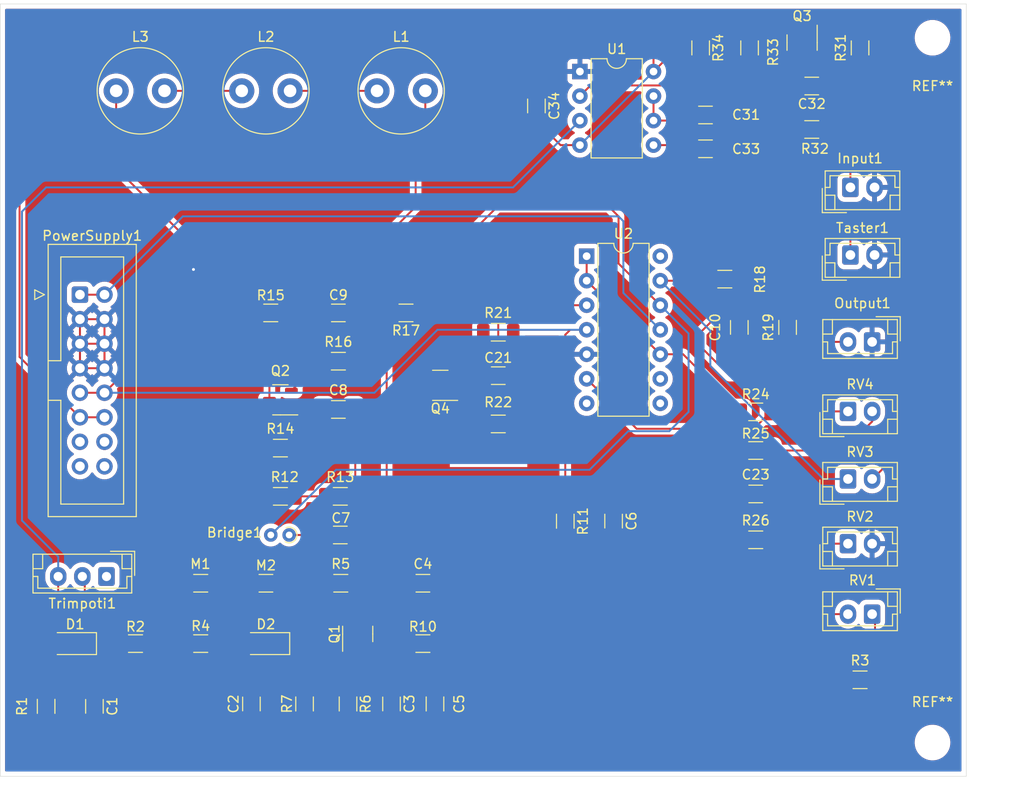
<source format=kicad_pcb>
(kicad_pcb (version 20221018) (generator pcbnew)
  (layers (0 "F.Cu" signal) (31 "B.Cu" signal) (34 "B.Paste" user) (35 "F.Paste" user) (36 "B.SilkS" user "B.Silkscreen") (37 "F.SilkS" user "F.Silkscreen") (38 "B.Mask" user) (39 "F.Mask" user) (44 "Edge.Cuts" user))
  (net 0 "")
  (net 1 "GND")
  (net 2 "Net-(D1-K)")
  (net 3 "Net-(D2-A)")
  (net 4 "Net-(U1-TR)")
  (net 5 "Net-(Q1-C)")
  (net 6 "+12V")
  (net 7 "+5V")
  (net 8 "Net-(U1-CV)")
  (net 9 "Net-(U1-DIS)")
  (net 10 "Net-(+/C15-Pad1)")
  (net 11 "Net-(C2-Pad1)")
  (net 12 "Net-(C3-Pad2)")
  (net 13 "Net-(Bridge1-Pad1)")
  (net 14 "Net-(C16-Pad1)")
  (net 15 "Net-(C8-Pad1)")
  (net 16 "Net-(Q2-C)")
  (net 17 "Net-(D2-K)")
  (net 18 "-12V")
  (net 19 "Net-(Input1-Pin_1)")
  (net 20 "Net-(Output1-Pin_2)")
  (net 21 "Net-(Q2-B)")
  (net 22 "Net-(+/R29-Pad1)")
  (net 23 "Net-(Q1-E)")
  (net 24 "Net-(C10-Pad1)")
  (net 25 "Net-(Q4-E)")
  (net 26 "Net-(U2A-+)")
  (net 27 "Net-(U2B--)")
  (net 28 "Net-(U2A--)")
  (net 29 "Net-(U2D-+)")
  (net 30 "Net-(U2D--)")
  (net 31 "Net-(U2C--)")
  (net 32 "Net-(C23-Pad1)")
  (net 33 "Net-(Q3-C)")
  (net 34 "Net-(D1-A)")
  (net 35 "Net-(L1-Pad1)")
  (net 36 "Net-(L2-Pad1)")
  (net 37 "Net-(Q2-E)")
  (net 38 "Net-(Q3-B)")
  (net 39 "Net-(R2-Pad2)")
  (net 40 "Net-(R3-Pad2)")
  (net 41 "Net-(R10-Pad1)")
  (net 42 "Net-(R25-Pad1)")
  (net 49 "Net-(M1-Pad2)")
  (footprint "Connector_IDC:IDC-Header_2x08_P2.54mm_Vertical" (layer "F.Cu") (at 108.25 65.11)
    (fp_text reference "PowerSupply1")
    (fp_text value "Conn_02x08_Odd_Even")
  )
  (footprint "Capacitor_SMD:C_1206_3216Metric_Pad1.33x1.80mm_HandSolder" (layer "F.Cu") (at 151.55 73.5)
    (fp_text reference "C21")
    (fp_text value "1u")
  )
  (footprint "Resistor_SMD:R_1206_3216Metric_Pad1.30x1.75mm_HandSolder" (layer "F.Cu") (at 114 101.25)
    (fp_text reference "R2")
    (fp_text value "1000k")
  )
  (footprint "Capacitor_SMD:C_1206_3216Metric_Pad1.33x1.80mm_HandSolder" (layer "F.Cu") (at 127.5 95)
    (fp_text reference "M2")
    (fp_text value "82n")
  )
  (footprint "Resistor_SMD:R_1206_3216Metric_Pad1.30x1.75mm_HandSolder" (layer "F.Cu") (at 135.25 95 180)
    (fp_text reference "R5")
    (fp_text value "470k")
  )
  (footprint "Resistor_SMD:R_1206_3216Metric_Pad1.30x1.75mm_HandSolder" (layer "F.Cu") (at 136 107.5 -90)
    (fp_text reference "R6")
    (fp_text value "470k")
  )
  (footprint "Capacitor_SMD:C_1206_3216Metric_Pad1.33x1.80mm_HandSolder" (layer "F.Cu") (at 184 43.5 180)
    (fp_text reference "C32")
    (fp_text value "10n")
  )
  (footprint "Resistor_SMD:R_1206_3216Metric_Pad1.30x1.75mm_HandSolder" (layer "F.Cu") (at 120.75 95)
    (fp_text reference "M1")
    (fp_text value "1M")
  )
  (footprint "Capacitor_SMD:C_1206_3216Metric_Pad1.33x1.80mm_HandSolder" (layer "F.Cu") (at 173 46.5 180)
    (fp_text reference "C31")
    (fp_text value "100n")
  )
  (footprint "Resistor_SMD:R_1206_3216Metric_Pad1.30x1.75mm_HandSolder" (layer "F.Cu") (at 177.5625 39.55 -90)
    (fp_text reference "R33")
    (fp_text value "220")
  )
  (footprint "Connector_JST:JST_EH_B2B-EH-A_1x02_P2.50mm_Vertical" (layer "F.Cu") (at 190.25 98.2 180)
    (fp_text reference "RV1")
    (fp_text value "10k")
  )
  (footprint "Resistor_SMD:R_1206_3216Metric_Pad1.30x1.75mm_HandSolder" (layer "F.Cu") (at 158.4875 88.575 -90)
    (fp_text reference "R11")
    (fp_text value "1.5k")
  )
  (footprint "Capacitor_SMD:C_1206_3216Metric_Pad1.33x1.80mm_HandSolder" (layer "F.Cu") (at 173 50 180)
    (fp_text reference "C33")
    (fp_text value "10u")
  )
  (footprint "Diode_SMD:D_1206_3216Metric_Pad1.42x1.75mm_HandSolder" (layer "F.Cu") (at 107.5 101.25 180)
    (fp_text reference "D1")
    (fp_text value "D")
  )
  (footprint "Diode_SMD:D_1206_3216Metric_Pad1.42x1.75mm_HandSolder" (layer "F.Cu") (at 127.5 101.25 180)
    (fp_text reference "D2")
    (fp_text value "D2")
  )
  (footprint "Resistor_SMD:R_1206_3216Metric_Pad1.30x1.75mm_HandSolder" (layer "F.Cu") (at 181.5 68.5 90)
    (fp_text reference "R19")
    (fp_text value "1k")
  )
  (footprint "Resistor_SMD:R_1206_3216Metric_Pad1.30x1.75mm_HandSolder" (layer "F.Cu") (at 120.75 101.25)
    (fp_text reference "R4")
    (fp_text value "1000k")
  )
  (footprint "Connector_JST:JST_EH_B2B-EH-A_1x02_P2.50mm_Vertical" (layer "F.Cu") (at 188 54)
    (fp_text reference "Input1")
    (fp_text value "Conn_01x02_Pin")
  )
  (footprint "Resistor_SMD:R_1206_3216Metric_Pad1.30x1.75mm_HandSolder" (layer "F.Cu") (at 184 48)
    (fp_text reference "R32")
    (fp_text value "47k")
  )
  (footprint "Resistor_SMD:R_1206_3216Metric_Pad1.30x1.75mm_HandSolder" (layer "F.Cu") (at 151.55 78.5 180)
    (fp_text reference "R22")
    (fp_text value "100k")
  )
  (footprint "Connector_JST:JST_EH_B2B-EH-A_1x02_P2.50mm_Vertical" (layer "F.Cu") (at 190.25 70 180)
    (fp_text reference "Output1")
    (fp_text value "Conn_01x02_Pin")
  )
  (footprint "Package_TO_SOT_SMD:SOT-23-3" (layer "F.Cu") (at 183 39 -90)
    (fp_text reference "Q3")
    (fp_text value "Q_NPN_BEC")
  )
  (footprint "Capacitor_SMD:C_1206_3216Metric_Pad1.33x1.80mm_HandSolder" (layer "F.Cu") (at 135 67)
    (fp_text reference "C9")
    (fp_text value "1u")
  )
  (footprint "Package_TO_SOT_SMD:SOT-23-3" (layer "F.Cu") (at 137 100.25 90)
    (fp_text reference "Q1")
    (fp_text value "Q_NPN_BEC")
  )
  (footprint "Connector_JST:JST_EH_B2B-EH-A_1x02_P2.50mm_Vertical" (layer "F.Cu") (at 187.75 90.9)
    (fp_text reference "RV2")
    (fp_text value "10k")
  )
  (footprint "Resistor_SMD:R_1206_3216Metric_Pad1.30x1.75mm_HandSolder" (layer "F.Cu") (at 145 107.5 90)
    (fp_text reference "C5")
    (fp_text value "1000k")
  )
  (footprint "Resistor_SMD:R_1206_3216Metric_Pad1.30x1.75mm_HandSolder" (layer "F.Cu") (at 178.2 81.25 180)
    (fp_text reference "R25")
    (fp_text value "100k")
  )
  (footprint "Resistor_SMD:R_1206_3216Metric_Pad1.30x1.75mm_HandSolder" (layer "F.Cu") (at 189 105)
    (fp_text reference "R3")
    (fp_text value "1000k")
  )
  (footprint "Resistor_THT:R_Axial_DIN0204_L3.6mm_D1.6mm_P1.90mm_Vertical" (layer "F.Cu") (at 129.905 90 180)
    (fp_text reference "Bridge1")
    (fp_text value "0")
  )
  (footprint "Resistor_SMD:R_1206_3216Metric_Pad1.30x1.75mm_HandSolder" (layer "F.Cu") (at 172.5 39.55 -90)
    (fp_text reference "R34")
    (fp_text value "10k")
  )
  (footprint "Package_TO_SOT_SMD:SOT-23-3" (layer "F.Cu") (at 145.55 74.5 180)
    (fp_text reference "Q4")
    (fp_text value "Q_NPN_BEC")
  )
  (footprint "Inductor_THT:L_Radial_D8.7mm_P5.00mm_Fastron_07HCP" (layer "F.Cu") (at 112 44)
    (fp_text reference "L3")
    (fp_text value "100m")
  )
  (footprint "Connector_JST:JST_EH_B2B-EH-A_1x02_P2.50mm_Vertical" (layer "F.Cu") (at 187.75 84.2)
    (fp_text reference "RV3")
    (fp_text value "50k")
  )
  (footprint "Connector_JST:JST_EH_B3B-EH-A_1x03_P2.50mm_Vertical" (layer "F.Cu") (at 111 94.3 180)
    (fp_text reference "Trimpoti1")
    (fp_text value "10k")
  )
  (footprint "Capacitor_SMD:C_1206_3216Metric_Pad1.33x1.80mm_HandSolder" (layer "F.Cu") (at 126 107.5 90)
    (fp_text reference "C2")
    (fp_text value "10n")
  )
  (footprint "Connector_JST:JST_EH_B2B-EH-A_1x02_P2.50mm_Vertical" (layer "F.Cu") (at 188 61)
    (fp_text reference "Taster1")
    (fp_text value "Conn_01x02_Pin")
  )
  (footprint "Resistor_SMD:R_1206_3216Metric_Pad1.30x1.75mm_HandSolder" (layer "F.Cu") (at 135 72 180)
    (fp_text reference "R16")
    (fp_text value "3k")
  )
  (footprint "Package_TO_SOT_SMD:SOT-23-3" (layer "F.Cu") (at 129 76 180)
    (fp_text reference "Q2")
    (fp_text value "Q_NPN_BEC")
  )
  (footprint "Connector_JST:JST_EH_B2B-EH-A_1x02_P2.50mm_Vertical" (layer "F.Cu") (at 187.75 77.2)
    (fp_text reference "RV4")
    (fp_text value "10k")
  )
  (footprint "Package_DIP:DIP-14_W7.62mm" (layer "F.Cu") (at 160.7 61.125)
    (fp_text reference "U2")
    (fp_text value "TL074")
  )
  (footprint "Resistor_SMD:R_1206_3216Metric_Pad1.30x1.75mm_HandSolder" (layer "F.Cu") (at 189 39.55 90)
    (fp_text reference "R31")
    (fp_text value "10k")
  )
  (footprint "Resistor_SMD:R_1206_3216Metric_Pad1.30x1.75mm_HandSolder" (layer "F.Cu") (at 175 63.5 180)
    (fp_text reference "R18")
    (fp_text value "1k")
  )
  (footprint "MountingHole:MountingHole_3.2mm_M3" (layer "F.Cu") (at 196.5 111.5)
    (fp_text reference "REF**")
    (fp_text value "MountingHole_3.2mm_M3")
  )
  (footprint "Capacitor_SMD:C_1206_3216Metric_Pad1.33x1.80mm_HandSolder" (layer "F.Cu") (at 109.75 107.75 -90)
    (fp_text reference "C1")
    (fp_text value "56n")
  )
  (footprint "Resistor_SMD:R_1206_3216Metric_Pad1.30x1.75mm_HandSolder" (layer "F.Cu") (at 129 86)
    (fp_text reference "R12")
    (fp_text value "3k")
  )
  (footprint "Capacitor_SMD:C_1206_3216Metric_Pad1.33x1.80mm_HandSolder" (layer "F.Cu") (at 143.75 95 180)
    (fp_text reference "C4")
    (fp_text value "10n")
  )
  (footprint "Resistor_SMD:R_1206_3216Metric_Pad1.30x1.75mm_HandSolder" (layer "F.Cu") (at 129 81)
    (fp_text reference "R14")
    (fp_text value "1000k")
  )
  (footprint "Resistor_SMD:R_1206_3216Metric_Pad1.30x1.75mm_HandSolder" (layer "F.Cu") (at 135.2 86 180)
    (fp_text reference "R13")
    (fp_text value "1000k")
  )
  (footprint "Capacitor_SMD:C_1206_3216Metric_Pad1.33x1.80mm_HandSolder" (layer "F.Cu") (at 135 77 180)
    (fp_text reference "C8")
    (fp_text value "1u")
  )
  (footprint "Capacitor_SMD:C_1206_3216Metric_Pad1.33x1.80mm_HandSolder" (layer "F.Cu") (at 140.5 107.5 -90)
    (fp_text reference "C3")
    (fp_text value "1n")
  )
  (footprint "Resistor_SMD:R_1206_3216Metric_Pad1.30x1.75mm_HandSolder" (layer "F.Cu") (at 178.2 77.25)
    (fp_text reference "R24")
    (fp_text value "1k")
  )
  (footprint "Capacitor_SMD:C_1206_3216Metric_Pad1.33x1.80mm_HandSolder" (layer "F.Cu") (at 178.2 85.75)
    (fp_text reference "C23")
    (fp_text value "1u")
  )
  (footprint "Resistor_SMD:R_1206_3216Metric_Pad1.30x1.75mm_HandSolder" (layer "F.Cu") (at 128 67)
    (fp_text reference "R15")
    (fp_text value "1.5k")
  )
  (footprint "Package_DIP:DIP-8_W7.62mm" (layer "F.Cu") (at 160 42)
    (fp_text reference "U1")
    (fp_text value "NE555P")
  )
  (footprint "Capacitor_SMD:C_1206_3216Metric_Pad1.33x1.80mm_HandSolder" (layer "F.Cu") (at 176.5 68.5 -90)
    (fp_text reference "C10")
    (fp_text value "1u")
  )
  (footprint "Capacitor_SMD:C_1206_3216Metric_Pad1.33x1.80mm_HandSolder" (layer "F.Cu") (at 135.2 90 180)
    (fp_text reference "C7")
    (fp_text value "1u")
  )
  (footprint "Resistor_SMD:R_1206_3216Metric_Pad1.30x1.75mm_HandSolder" (layer "F.Cu") (at 104.75 107.75 -90)
    (fp_text reference "R1")
    (fp_text value "10k")
  )
  (footprint "Resistor_SMD:R_1206_3216Metric_Pad1.30x1.75mm_HandSolder" (layer "F.Cu") (at 178.2 90.5 180)
    (fp_text reference "R26")
    (fp_text value "1k")
  )
  (footprint "Inductor_THT:L_Radial_D8.7mm_P5.00mm_Fastron_07HCP" (layer "F.Cu") (at 139 44)
    (fp_text reference "L1")
    (fp_text value "100m")
  )
  (footprint "Capacitor_SMD:C_1206_3216Metric_Pad1.33x1.80mm_HandSolder" (layer "F.Cu") (at 155.5 45.5625 -90)
    (fp_text reference "C34")
    (fp_text value "100n")
  )
  (footprint "Inductor_THT:L_Radial_D8.7mm_P5.00mm_Fastron_07HCP" (layer "F.Cu") (at 125 44)
    (fp_text reference "L2")
    (fp_text value "100m")
  )
  (footprint "Resistor_SMD:R_1206_3216Metric_Pad1.30x1.75mm_HandSolder" (layer "F.Cu") (at 131.5 107.5 90)
    (fp_text reference "R7")
    (fp_text value "1000k")
  )
  (footprint "Resistor_SMD:R_1206_3216Metric_Pad1.30x1.75mm_HandSolder" (layer "F.Cu") (at 143.75 101.25 180)
    (fp_text reference "R10")
    (fp_text value "100")
  )
  (footprint "Resistor_SMD:R_1206_3216Metric_Pad1.30x1.75mm_HandSolder" (layer "F.Cu") (at 142 67 180)
    (fp_text reference "R17")
    (fp_text value "3k")
  )
  (footprint "Capacitor_SMD:C_1206_3216Metric_Pad1.33x1.80mm_HandSolder" (layer "F.Cu") (at 163.4875 88.5625 -90)
    (fp_text reference "C6")
    (fp_text value "1n")
  )
  (footprint "MountingHole:MountingHole_3.2mm_M3" (layer "F.Cu") (at 196.5 38.5)
    (fp_text reference "REF**")
    (fp_text value "MountingHole_3.2mm_M3")
  )
  (footprint "Resistor_SMD:R_1206_3216Metric_Pad1.30x1.75mm_HandSolder" (layer "F.Cu") (at 151.55 69 180)
    (fp_text reference "R21")
    (fp_text value "100k")
  )
  (gr_rect (start 100 35) (end 200 115) (stroke (width 0.05)) (fill none) (layer "Edge.Cuts"))
  (gr_text "Sound\n" (at 118.75 84) (layer "F.Cu") (effects (font (size 1.5 1.5) (thickness 0.3) bold) (justify left bottom)))
  (gr_text "Trigger" (at 173 54.5) (layer "F.Cu") (effects (font (size 1.5 1.5) (thickness 0.3) bold) (justify left bottom)))
  (gr_text "Platine V4\nEDC\n" (at 175.5 113.25) (layer "F.Cu") (effects (font (size 1.5 1.5) (thickness 0.3) bold) (justify left bottom)))
  (gr_text "Noise\n" (at 147.25 82.25) (layer "F.Cu") (effects (font (size 1.5 1.5) (thickness 0.3) bold) (justify left bottom)))
  (segment (start 110.79 72.73) (end 108.25 72.73) (width 0.2) (layer "F.Cu") (net 1))
  (segment (start 110.79 70.19) (end 108.25 70.19) (width 0.2) (layer "F.Cu") (net 1))
  (segment (start 108.25 67.65) (end 108.25 72.73) (width 0.2) (layer "F.Cu") (net 1))
  (segment (start 110.79 67.65) (end 110.79 72.73) (width 0.2) (layer "F.Cu") (net 1))
  (segment (start 110.79 67.65) (end 108.25 67.65) (width 0.2) (layer "F.Cu") (net 1))
  (segment (start 108.25 70.19) (end 108.25 72.73) (width 0.2) (layer "F.Cu") (net 1))
  (segment (start 110.79 70.19) (end 110.79 72.73) (width 0.2) (layer "F.Cu") (net 1))
  (via (at 120 62.5) (size 0.6) (drill 0.3) (layers "F.Cu" "B.Cu") (net 1))
  (segment (start 117 95) (end 112.45 99.55) (width 0.2) (layer "F.Cu") (net 2))
  (segment (start 108.75 101.0125) (end 108.9875 101.25) (width 0.2) (layer "F.Cu") (net 2))
  (segment (start 108.5 94.3) (end 108.75 94.55) (width 0.2) (layer "F.Cu") (net 2))
  (segment (start 109.75 105.5) (end 109 104.75) (width 0.2) (layer "F.Cu") (net 2))
  (segment (start 109 101.2625) (end 108.9875 101.25) (width 0.2) (layer "F.Cu") (net 2))
  (segment (start 109.75 106.1875) (end 109.75 105.5) (width 0.2) (layer "F.Cu") (net 2))
  (segment (start 119.2 95) (end 117 95) (width 0.2) (layer "F.Cu") (net 2))
  (segment (start 108.75 94.55) (end 108.75 101.0125) (width 0.2) (layer "F.Cu") (net 2))
  (segment (start 112.45 101.25) (end 108.9875 101.25) (width 0.2) (layer "F.Cu") (net 2))
  (segment (start 109 104.75) (end 109 101.2625) (width 0.2) (layer "F.Cu") (net 2))
  (segment (start 112.45 99.55) (end 112.45 101.25) (width 0.2) (layer "F.Cu") (net 2))
  (segment (start 126.0125 105.3625) (end 126 105.375) (width 0.2) (layer "F.Cu") (net 3))
  (segment (start 126.0125 101.25) (end 122.3 101.25) (width 0.2) (layer "F.Cu") (net 3))
  (segment (start 126.0125 101.25) (end 126.0125 105.3625) (width 0.2) (layer "F.Cu") (net 3))
  (segment (start 182.45 43.5125) (end 182.4375 43.5) (width 0.2) (layer "F.Cu") (net 4))
  (segment (start 168.56 43.44) (end 161.1 43.44) (width 0.2) (layer "F.Cu") (net 4))
  (segment (start 182.4375 43.5) (end 179.9625 43.5) (width 0.2) (layer "F.Cu") (net 4))
  (segment (start 169.25 42.75) (end 168.56 43.44) (width 0.2) (layer "F.Cu") (net 4))
  (segment (start 177.5625 41.1) (end 175.9625 39.5) (width 0.2) (layer "F.Cu") (net 4))
  (segment (start 179.9625 43.5) (end 177.5625 41.1) (width 0.2) (layer "F.Cu") (net 4))
  (segment (start 161.1 43.44) (end 160 44.54) (width 0.2) (layer "F.Cu") (net 4))
  (segment (start 171.5 39.5) (end 169.25 41.75) (width 0.2) (layer "F.Cu") (net 4))
  (segment (start 175.9625 39.5) (end 171.5 39.5) (width 0.2) (layer "F.Cu") (net 4))
  (segment (start 169.25 41.75) (end 169.25 42.75) (width 0.2) (layer "F.Cu") (net 4))
  (segment (start 182.45 48) (end 182.45 43.5125) (width 0.2) (layer "F.Cu") (net 4))
  (segment (start 144 46) (end 144 44) (width 0.2) (layer "F.Cu") (net 5))
  (segment (start 143 56) (end 143 47) (width 0.2) (layer "F.Cu") (net 5))
  (segment (start 136.8 95) (end 136.8 90.0375) (width 0.2) (layer "F.Cu") (net 5))
  (segment (start 140 72) (end 138 70) (width 0.2) (layer "F.Cu") (net 5))
  (segment (start 143 47) (end 144 46) (width 0.2) (layer "F.Cu") (net 5))
  (segment (start 136.7625 90) (end 137 90) (width 0.2) (layer "F.Cu") (net 5))
  (segment (start 138 70) (end 136 70) (width 0.2) (layer "F.Cu") (net 5))
  (segment (start 158.4875 90.125) (end 136.8875 90.125) (width 0.2) (layer "F.Cu") (net 5))
  (segment (start 136.8 95) (end 137 95.2) (width 0.2) (layer "F.Cu") (net 5))
  (segment (start 163.4875 90.125) (end 158.4875 90.125) (width 0.2) (layer "F.Cu") (net 5))
  (segment (start 140 87) (end 140 72) (width 0.2) (layer "F.Cu") (net 5))
  (segment (start 135 64) (end 143 56) (width 0.2) (layer "F.Cu") (net 5))
  (segment (start 137 95.2) (end 137 99.1125) (width 0.2) (layer "F.Cu") (net 5))
  (segment (start 136.8875 90.125) (end 136.7625 90) (width 0.2) (layer "F.Cu") (net 5))
  (segment (start 136.8 90.0375) (end 136.7625 90) (width 0.2) (layer "F.Cu") (net 5))
  (segment (start 137 90) (end 140 87) (width 0.2) (layer "F.Cu") (net 5))
  (segment (start 142.1875 95) (end 136.8 95) (width 0.2) (layer "F.Cu") (net 5))
  (segment (start 136 70) (end 135 69) (width 0.2) (layer "F.Cu") (net 5))
  (segment (start 135 69) (end 135 64) (width 0.2) (layer "F.Cu") (net 5))
  (segment (start 110.79 75.27) (end 108.25 75.27) (width 0.2) (layer "F.Cu") (net 6))
  (segment (start 153.355 68.745) (end 153.1 69) (width 0.2) (layer "F.Cu") (net 6))
  (segment (start 159 68.745) (end 160.7 68.745) (width 0.2) (layer "F.Cu") (net 6))
  (segment (start 163.4875 87) (end 158.5125 87) (width 0.2) (layer "F.Cu") (net 6))
  (segment (start 112 52) (end 112 44) (width 0.2) (layer "F.Cu") (net 6))
  (segment (start 158.4875 87.025) (end 158.4875 69.2575) (width 0.2) (layer "F.Cu") (net 6))
  (segment (start 158.4875 69.2575) (end 159 68.745) (width 0.2) (layer "F.Cu") (net 6))
  (segment (start 158.5125 87) (end 158.4875 87.025) (width 0.2) (layer "F.Cu") (net 6))
  (segment (start 126.45 67) (end 126.45 66.45) (width 0.2) (layer "F.Cu") (net 6))
  (segment (start 126.45 66.45) (end 112 52) (width 0.2) (layer "F.Cu") (net 6))
  (segment (start 159 68.745) (end 153.355 68.745) (width 0.2) (layer "F.Cu") (net 6))
  (segment (start 119.06 67) (end 110.79 75.27) (width 0.2) (layer "F.Cu") (net 6))
  (segment (start 126.45 67) (end 119.06 67) (width 0.2) (layer "F.Cu") (net 6))
  (segment (start 138.73 75.27) (end 145.255 68.745) (width 0.2) (layer "B.Cu") (net 6))
  (segment (start 145.255 68.745) (end 160.7 68.745) (width 0.2) (layer "B.Cu") (net 6))
  (segment (start 110.79 75.27) (end 138.73 75.27) (width 0.2) (layer "B.Cu") (net 6))
  (segment (start 110.79 77.81) (end 108.25 77.81) (width 0.2) (layer "F.Cu") (net 7))
  (segment (start 102 71.56) (end 108.25 77.81) (width 0.2) (layer "F.Cu") (net 7))
  (segment (start 172.5 38) (end 171.62 38) (width 0.2) (layer "F.Cu") (net 7))
  (segment (start 102 40.5) (end 102 71.56) (width 0.2) (layer "F.Cu") (net 7))
  (segment (start 171.62 38) (end 167.62 42) (width 0.2) (layer "F.Cu") (net 7))
  (segment (start 105 37.5) (end 102 40.5) (width 0.2) (layer "F.Cu") (net 7))
  (segment (start 164.5 37.5) (end 105 37.5) (width 0.2) (layer "F.Cu") (net 7))
  (segment (start 167.62 40.62) (end 164.5 37.5) (width 0.2) (layer "F.Cu") (net 7))
  (segment (start 167.62 42) (end 167.62 40.62) (width 0.2) (layer "F.Cu") (net 7))
  (segment (start 155.5 47.125) (end 157.995 49.62) (width 0.2) (layer "F.Cu") (net 7))
  (segment (start 157.995 49.62) (end 160 49.62) (width 0.2) (layer "F.Cu") (net 7))
  (segment (start 177.5625 38) (end 172.5 38) (width 0.2) (layer "F.Cu") (net 7))
  (segment (start 160 49.62) (end 167.62 42) (width 0.2) (layer "B.Cu") (net 7))
  (segment (start 171.4375 50) (end 171.0575 49.62) (width 0.2) (layer "F.Cu") (net 8))
  (segment (start 171.0575 49.62) (end 167.62 49.62) (width 0.2) (layer "F.Cu") (net 8))
  (segment (start 170.8575 47.08) (end 167.62 47.08) (width 0.2) (layer "F.Cu") (net 9))
  (segment (start 171.4375 46.5) (end 172.5 45.4375) (width 0.2) (layer "F.Cu") (net 9))
  (segment (start 172.5 45.4375) (end 172.5 41.1) (width 0.2) (layer "F.Cu") (net 9))
  (segment (start 171.4375 46.5) (end 170.8575 47.08) (width 0.2) (layer "F.Cu") (net 9))
  (segment (start 167.62 47.08) (end 167.62 44.54) (width 0.2) (layer "F.Cu") (net 9))
  (segment (start 126 108.75) (end 127.25 107.5) (width 0.2) (layer "F.Cu") (net 11))
  (segment (start 145.3125 95) (end 143.5 96.8125) (width 0.2) (layer "F.Cu") (net 11))
  (segment (start 179.75 85.7625) (end 179.7625 85.75) (width 0.2) (layer "F.Cu") (net 11))
  (segment (start 138.9375 107.5) (end 140.5 105.9375) (width 0.2) (layer "F.Cu") (net 11))
  (segment (start 143.5 103) (end 140.5625 105.9375) (width 0.2) (layer "F.Cu") (net 11))
  (segment (start 175.25 95) (end 179.75 90.5) (width 0.2) (layer "F.Cu") (net 11))
  (segment (start 140.5625 105.9375) (end 140.5 105.9375) (width 0.2) (layer "F.Cu") (net 11))
  (segment (start 126 109.0625) (end 126 108.75) (width 0.2) (layer "F.Cu") (net 11))
  (segment (start 143.5 96.8125) (end 143.5 103) (width 0.2) (layer "F.Cu") (net 11))
  (segment (start 179.75 90.5) (end 179.75 85.7625) (width 0.2) (layer "F.Cu") (net 11))
  (segment (start 127.25 107.5) (end 138.9375 107.5) (width 0.2) (layer "F.Cu") (net 11))
  (segment (start 145.3125 95) (end 175.25 95) (width 0.2) (layer "F.Cu") (net 11))
  (segment (start 136 109.05) (end 131.5 109.05) (width 0.2) (layer "F.Cu") (net 12))
  (segment (start 140.2625 109.05) (end 140.25 109.0625) (width 0.2) (layer "F.Cu") (net 12))
  (segment (start 136.0125 109.0625) (end 136 109.05) (width 0.2) (layer "F.Cu") (net 12))
  (segment (start 140.25 109.0625) (end 136.0125 109.0625) (width 0.2) (layer "F.Cu") (net 12))
  (segment (start 144.25 109.05) (end 140.2625 109.05) (width 0.2) (layer "F.Cu") (net 12))
  (segment (start 133.6375 86.0125) (end 133.65 86) (width 0.2) (layer "F.Cu") (net 13))
  (segment (start 133.6375 90) (end 133.6375 86.0125) (width 0.2) (layer "F.Cu") (net 13))
  (segment (start 133.65 86) (end 130.55 86) (width 0.2) (layer "F.Cu") (net 13))
  (segment (start 133.6375 90) (end 129.905 90) (width 0.2) (layer "F.Cu") (net 13))
  (segment (start 136.75 86) (end 136.75 77.1875) (width 0.2) (layer "F.Cu") (net 15))
  (segment (start 136.75 77.1875) (end 136.5625 77) (width 0.2) (layer "F.Cu") (net 15))
  (segment (start 129.55 67) (end 133.4375 67) (width 0.2) (layer "F.Cu") (net 16))
  (segment (start 133.4375 68) (end 127.8625 73.575) (width 0.2) (layer "F.Cu") (net 16))
  (segment (start 127.8625 73.575) (end 127.8625 76) (width 0.2) (layer "F.Cu") (net 16))
  (segment (start 128 76.1375) (end 127.8625 76) (width 0.2) (layer "F.Cu") (net 16))
  (segment (start 128 80.45) (end 128 76.1375) (width 0.2) (layer "F.Cu") (net 16))
  (segment (start 133.4375 67) (end 133.4375 68) (width 0.2) (layer "F.Cu") (net 16))
  (segment (start 127.45 81) (end 128 80.45) (width 0.2) (layer "F.Cu") (net 16))
  (segment (start 136 101.4375) (end 136 105.3875) (width 0.2) (layer "F.Cu") (net 17))
  (segment (start 135.9125 101.25) (end 136.05 101.3875) (width 0.2) (layer "F.Cu") (net 17))
  (segment (start 128.9875 101.25) (end 135.9125 101.25) (width 0.2) (layer "F.Cu") (net 17))
  (segment (start 129.0625 101.175) (end 128.9875 101.25) (width 0.2) (layer "F.Cu") (net 17))
  (segment (start 129.0625 95) (end 129.0625 101.175) (width 0.2) (layer "F.Cu") (net 17))
  (segment (start 133.7 95) (end 129.0625 95) (width 0.2) (layer "F.Cu") (net 17))
  (segment (start 136.05 101.3875) (end 136 101.4375) (width 0.2) (layer "F.Cu") (net 17))
  (segment (start 110.79 65.11) (end 108.25 65.11) (width 0.2) (layer "F.Cu") (net 18))
  (segment (start 164 57) (end 118.9 57) (width 0.2) (layer "B.Cu") (net 18))
  (segment (start 168.32 68.745) (end 164.5 64.925) (width 0.2) (layer "B.Cu") (net 18))
  (segment (start 164.5 57.5) (end 164 57) (width 0.2) (layer "B.Cu") (net 18))
  (segment (start 118.9 57) (end 110.79 65.11) (width 0.2) (layer "B.Cu") (net 18))
  (segment (start 164.5 64.925) (end 164.5 57.5) (width 0.2) (layer "B.Cu") (net 18))
  (segment (start 189 46) (end 188 47) (width 0.2) (layer "F.Cu") (net 19))
  (segment (start 189 40.55) (end 189 46) (width 0.2) (layer "F.Cu") (net 19))
  (segment (start 188 47) (end 188 54) (width 0.2) (layer "F.Cu") (net 19))
  (segment (start 181 70.05) (end 180.9875 70.0625) (width 0.2) (layer "F.Cu") (net 20))
  (segment (start 181.05 70) (end 181 70.05) (width 0.2) (layer "F.Cu") (net 20))
  (segment (start 187.75 70) (end 181.05 70) (width 0.2) (layer "F.Cu") (net 20))
  (segment (start 180.9875 70.0625) (end 176.5 70.0625) (width 0.2) (layer "F.Cu") (net 20))
  (segment (start 133.4375 77) (end 130.1875 77) (width 0.2) (layer "F.Cu") (net 21))
  (segment (start 130.55 81) (end 130.1375 80.5875) (width 0.2) (layer "F.Cu") (net 21))
  (segment (start 130.1375 80.5875) (end 130.1375 76.95) (width 0.2) (layer "F.Cu") (net 21))
  (segment (start 130.1875 77) (end 130.1375 76.95) (width 0.2) (layer "F.Cu") (net 21))
  (segment (start 137.95 101.3875) (end 138.0875 101.25) (width 0.2) (layer "F.Cu") (net 23))
  (segment (start 138.0875 101.25) (end 142.2 101.25) (width 0.2) (layer "F.Cu") (net 23))
  (segment (start 172.5 70.5) (end 175.5 73.5) (width 0.2) (layer "F.Cu") (net 24))
  (segment (start 190.3 84.2) (end 190.25 84.2) (width 0.2) (layer "F.Cu") (net 24))
  (segment (start 176.5 66.9375) (end 174.5625 66.9375) (width 0.2) (layer "F.Cu") (net 24))
  (segment (start 175.5 73.5) (end 193.5 73.5) (width 0.2) (layer "F.Cu") (net 24))
  (segment (start 196 78.5) (end 190.3 84.2) (width 0.2) (layer "F.Cu") (net 24))
  (segment (start 196 76) (end 196 78.5) (width 0.2) (layer "F.Cu") (net 24))
  (segment (start 172.5 69) (end 172.5 70.5) (width 0.2) (layer "F.Cu") (net 24))
  (segment (start 174.5625 66.9375) (end 172.5 69) (width 0.2) (layer "F.Cu") (net 24))
  (segment (start 193.5 73.5) (end 196 76) (width 0.2) (layer "F.Cu") (net 24))
  (segment (start 146.6875 73.55) (end 149.9375 73.55) (width 0.2) (layer "F.Cu") (net 25))
  (segment (start 149.9375 73.55) (end 149.9875 73.5) (width 0.2) (layer "F.Cu") (net 25))
  (segment (start 150 73.4875) (end 149.9875 73.5) (width 0.2) (layer "F.Cu") (net 25))
  (segment (start 150 69) (end 150 73.4875) (width 0.2) (layer "F.Cu") (net 25))
  (segment (start 160.7 66.205) (end 153.345 66.205) (width 0.2) (layer "F.Cu") (net 26))
  (segment (start 151.55 68) (end 151.55 71.9375) (width 0.2) (layer "F.Cu") (net 26))
  (segment (start 153.1 73.5125) (end 153.1125 73.5) (width 0.2) (layer "F.Cu") (net 26))
  (segment (start 151.55 71.9375) (end 153.1125 73.5) (width 0.2) (layer "F.Cu") (net 26))
  (segment (start 153.1 78.5) (end 153.1 73.5125) (width 0.2) (layer "F.Cu") (net 26))
  (segment (start 153.345 66.205) (end 151.55 68) (width 0.2) (layer "F.Cu") (net 26))
  (segment (start 165.875 79) (end 160.7 73.825) (width 0.2) (layer "F.Cu") (net 27))
  (segment (start 179.8 77.2) (end 179.75 77.25) (width 0.2) (layer "F.Cu") (net 27))
  (segment (start 178 79) (end 165.875 79) (width 0.2) (layer "F.Cu") (net 27))
  (segment (start 187.75 77.2) (end 179.8 77.2) (width 0.2) (layer "F.Cu") (net 27))
  (segment (start 179.75 77.25) (end 178 79) (width 0.2) (layer "F.Cu") (net 27))
  (segment (start 160.7 61.125) (end 160.7 63.665) (width 0.2) (layer "F.Cu") (net 28))
  (segment (start 168.32 71.285) (end 160.7 63.665) (width 0.2) (layer "F.Cu") (net 28))
  (segment (start 176.65 77.25) (end 170.685 71.285) (width 0.2) (layer "F.Cu") (net 28))
  (segment (start 170.685 71.285) (end 168.32 71.285) (width 0.2) (layer "F.Cu") (net 28))
  (segment (start 151.45 56) (end 140.45 67) (width 0.2) (layer "F.Cu") (net 29))
  (segment (start 140.45 67) (end 136.5625 67) (width 0.2) (layer "F.Cu") (net 29))
  (segment (start 164 57) (end 163 56) (width 0.2) (layer "F.Cu") (net 29))
  (segment (start 163 56) (end 151.45 56) (width 0.2) (layer "F.Cu") (net 29))
  (segment (start 168.32 66.205) (end 164 61.885) (width 0.2) (layer "F.Cu") (net 29))
  (segment (start 164 61.885) (end 164 57) (width 0.2) (layer "F.Cu") (net 29))
  (segment (start 171.25 77.25) (end 171.25 69.135) (width 0.2) (layer "B.Cu") (net 29))
  (segment (start 169.25 79.25) (end 171.25 77.25) (width 0.2) (layer "B.Cu") (net 29))
  (segment (start 134.755 83.25) (end 161 83.25) (width 0.2) (layer "B.Cu") (net 29))
  (segment (start 128.005 90) (end 134.755 83.25) (width 0.2) (layer "B.Cu") (net 29))
  (segment (start 165 79.25) (end 169.25 79.25) (width 0.2) (layer "B.Cu") (net 29))
  (segment (start 161 83.25) (end 165 79.25) (width 0.2) (layer "B.Cu") (net 29))
  (segment (start 171.25 69.135) (end 168.32 66.205) (width 0.2) (layer "B.Cu") (net 29))
  (segment (start 172.95 63.5) (end 172.785 63.665) (width 0.2) (layer "F.Cu") (net 30))
  (segment (start 172.785 63.665) (end 168.32 63.665) (width 0.2) (layer "F.Cu") (net 30))
  (segment (start 168.32 63.665) (end 173.5 68.845) (width 0.2) (layer "B.Cu") (net 30))
  (segment (start 173.5 72.5) (end 185.2 84.2) (width 0.2) (layer "B.Cu") (net 30))
  (segment (start 173.5 68.845) (end 173.5 72.5) (width 0.2) (layer "B.Cu") (net 30))
  (segment (start 185.2 84.2) (end 187.75 84.2) (width 0.2) (layer "B.Cu") (net 30))
  (segment (start 176.65 85.7625) (end 176.6375 85.75) (width 0.2) (layer "F.Cu") (net 32))
  (segment (start 176.65 85.7375) (end 176.6375 85.75) (width 0.2) (layer "F.Cu") (net 32))
  (segment (start 176.65 81.25) (end 176.65 85.7375) (width 0.2) (layer "F.Cu") (net 32))
  (segment (start 185.55 48) (end 184 49.55) (width 0.2) (layer "F.Cu") (net 33))
  (segment (start 183 40.9375) (end 183 40.1375) (width 0.2) (layer "F.Cu") (net 33))
  (segment (start 184 49.55) (end 184 57) (width 0.2) (layer "F.Cu") (net 33))
  (segment (start 185.55 43.5125) (end 185.55 48) (width 0.2) (layer "F.Cu") (net 33))
  (segment (start 185.5625 43.5) (end 185.55 43.5125) (width 0.2) (layer "F.Cu") (net 33))
  (segment (start 185.5625 43.5) (end 183 40.9375) (width 0.2) (layer "F.Cu") (net 33))
  (segment (start 187 58) (end 188 59) (width 0.2) (layer "F.Cu") (net 33))
  (segment (start 184 57) (end 185 58) (width 0.2) (layer "F.Cu") (net 33))
  (segment (start 185 58) (end 187 58) (width 0.2) (layer "F.Cu") (net 33))
  (segment (start 188 59) (end 188 61) (width 0.2) (layer "F.Cu") (net 33))
  (segment (start 106.0125 104.9375) (end 106.0125 101.25) (width 0.2) (layer "F.Cu") (net 34))
  (segment (start 106 94.3) (end 106 101.2375) (width 0.2) (layer "F.Cu") (net 34))
  (segment (start 106 101.2375) (end 106.0125 101.25) (width 0.2) (layer "F.Cu") (net 34))
  (segment (start 104.75 106.2) (end 106.0125 104.9375) (width 0.2) (layer "F.Cu") (net 34))
  (segment (start 104.75 54) (end 153.08 54) (width 0.2) (layer "B.Cu") (net 34))
  (segment (start 160 47.08) (end 160 47.102817) (width 0.2) (layer "B.Cu") (net 34))
  (segment (start 153.08 54) (end 160 47.08) (width 0.2) (layer "B.Cu") (net 34))
  (segment (start 106 94.3) (end 106 92.25) (width 0.2) (layer "B.Cu") (net 34))
  (segment (start 102.25 56.5) (end 104.75 54) (width 0.2) (layer "B.Cu") (net 34))
  (segment (start 106 92.25) (end 102.25 88.5) (width 0.2) (layer "B.Cu") (net 34))
  (segment (start 102.25 88.5) (end 102.25 56.5) (width 0.2) (layer "B.Cu") (net 34))
  (segment (start 130 44) (end 139 44) (width 0.2) (layer "F.Cu") (net 35))
  (segment (start 117 44) (end 125 44) (width 0.2) (layer "F.Cu") (net 36))
  (segment (start 133.45 72) (end 133.1875 72) (width 0.2) (layer "F.Cu") (net 37))
  (segment (start 133.1875 72) (end 130.1375 75.05) (width 0.2) (layer "F.Cu") (net 37))
  (segment (start 189 37.45) (end 188.7 37.75) (width 0.2) (layer "F.Cu") (net 38))
  (segment (start 188.7 37.75) (end 184.0625 37.75) (width 0.2) (layer "F.Cu") (net 38))
  (segment (start 184.0625 37.75) (end 183.95 37.8625) (width 0.2) (layer "F.Cu") (net 38))
  (segment (start 115.55 101.25) (end 119.2 101.25) (width 0.2) (layer "F.Cu") (net 39))
  (segment (start 184.3 98.2) (end 170 112.5) (width 0.2) (layer "F.Cu") (net 39))
  (segment (start 170 112.5) (end 123 112.5) (width 0.2) (layer "F.Cu") (net 39))
  (segment (start 119.2 108.7) (end 119.2 101.25) (width 0.2) (layer "F.Cu") (net 39))
  (segment (start 187.75 98.2) (end 184.3 98.2) (width 0.2) (layer "F.Cu") (net 39))
  (segment (start 123 112.5) (end 119.2 108.7) (width 0.2) (layer "F.Cu") (net 39))
  (segment (start 190.55 105) (end 190.55 98.5) (width 0.2) (layer "F.Cu") (net 40))
  (segment (start 190.55 98.5) (end 190.25 98.2) (width 0.2) (layer "F.Cu") (net 40))
  (segment (start 184.1 90.9) (end 173.75 101.25) (width 0.2) (layer "F.Cu") (net 41))
  (segment (start 173.75 101.25) (end 145.3 101.25) (width 0.2) (layer "F.Cu") (net 41))
  (segment (start 187.75 90.9) (end 184.1 90.9) (width 0.2) (layer "F.Cu") (net 41))
  (segment (start 190.25 77.2) (end 190.25 78.25) (width 0.2) (layer "F.Cu") (net 42))
  (segment (start 187.25 81.25) (end 179.75 81.25) (width 0.2) (layer "F.Cu") (net 42))
  (segment (start 190.25 78.25) (end 187.25 81.25) (width 0.2) (layer "F.Cu") (net 42))
  (segment (start 125.9375 95) (end 122.3 95) (width 0.2) (layer "F.Cu") (net 49))
  (zone (net 1) (net_name "GND") (layer "F.Cu") (connect_pads (clearance 0.5)) (min_thickness 0.25) (fill yes (thermal_gap 0.5) (thermal_bridge_width 0.5))
    (polygon (pts (xy 200 115) (xy 200 35) (xy 100 35) (xy 100 115)))
  )
  (zone (net 1) (net_name "GND") (layer "B.Cu") (priority 1) (connect_pads (clearance 0.5)) (min_thickness 0.25) (fill yes (thermal_gap 0.5) (thermal_bridge_width 0.5))
    (polygon (pts (xy 100 35) (xy 200 35) (xy 200 115) (xy 100 115)))
  )
)
</source>
